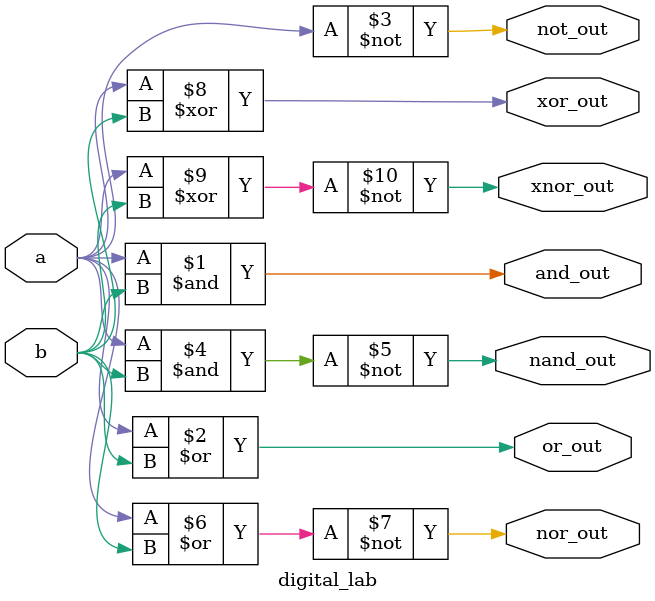
<source format=v>
module digital_lab(
	input wire a,
	input wire b,
	output wire and_out,
	output wire or_out,
	output wire not_out,
	output wire nand_out,
	output wire nor_out,
	output wire xor_out,
	output wire xnor_out
);
	assign and_out  = a & b;
	assign or_out   = a | b;
	assign not_out  = ~a;
	assign nand_out = ~(a & b);
	assign nor_out  = ~(a | b);
	assign xor_out  = a ^ b;
	assign xnor_out = ~(a ^ b);

endmodule
</source>
